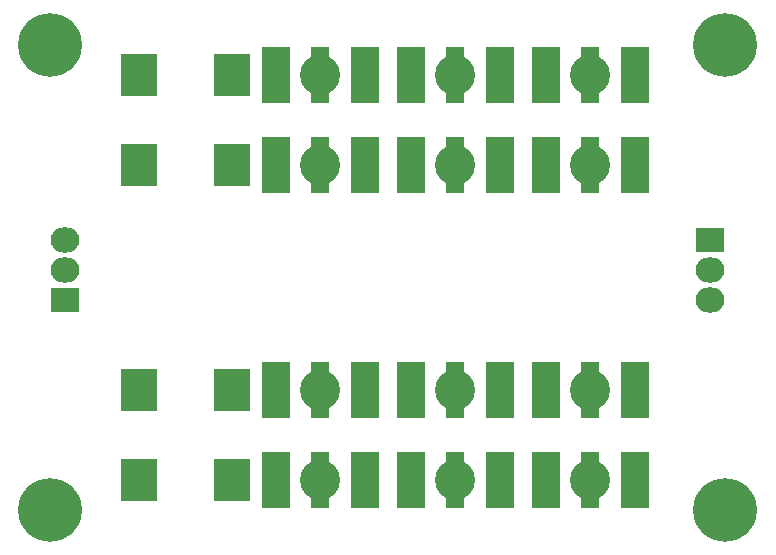
<source format=gbr>
G04 #@! TF.FileFunction,Soldermask,Top*
%FSLAX46Y46*%
G04 Gerber Fmt 4.6, Leading zero omitted, Abs format (unit mm)*
G04 Created by KiCad (PCBNEW 4.0.1-stable) date Tuesday, February 02, 2016 'pmt' 10:50:14 pm*
%MOMM*%
G01*
G04 APERTURE LIST*
%ADD10C,0.100000*%
%ADD11R,2.432000X2.127200*%
%ADD12O,2.432000X2.127200*%
%ADD13R,3.100000X3.600000*%
%ADD14R,1.500000X4.700000*%
%ADD15R,2.400000X4.700000*%
%ADD16C,3.400000*%
%ADD17C,5.400000*%
G04 APERTURE END LIST*
D10*
D11*
X134620000Y-101600000D03*
D12*
X134620000Y-99060000D03*
X134620000Y-96520000D03*
D11*
X189230000Y-96520000D03*
D12*
X189230000Y-99060000D03*
X189230000Y-101600000D03*
D13*
X140830000Y-82550000D03*
X148730000Y-82550000D03*
X140830000Y-109220000D03*
X148730000Y-109220000D03*
X140830000Y-90170000D03*
X148730000Y-90170000D03*
X140830000Y-116840000D03*
X148730000Y-116840000D03*
D14*
X156210000Y-109220000D03*
D15*
X152460000Y-109220000D03*
X159960000Y-109220000D03*
D16*
X156210000Y-109220000D03*
D14*
X156210000Y-116840000D03*
D15*
X152460000Y-116840000D03*
X159960000Y-116840000D03*
D16*
X156210000Y-116840000D03*
D14*
X167640000Y-116840000D03*
D15*
X163890000Y-116840000D03*
X171390000Y-116840000D03*
D16*
X167640000Y-116840000D03*
D14*
X167640000Y-109220000D03*
D15*
X163890000Y-109220000D03*
X171390000Y-109220000D03*
D16*
X167640000Y-109220000D03*
D14*
X179070000Y-109220000D03*
D15*
X175320000Y-109220000D03*
X182820000Y-109220000D03*
D16*
X179070000Y-109220000D03*
D14*
X179070000Y-116840000D03*
D15*
X175320000Y-116840000D03*
X182820000Y-116840000D03*
D16*
X179070000Y-116840000D03*
D14*
X179070000Y-82550000D03*
D15*
X175320000Y-82550000D03*
X182820000Y-82550000D03*
D16*
X179070000Y-82550000D03*
D14*
X179070000Y-90170000D03*
D15*
X175320000Y-90170000D03*
X182820000Y-90170000D03*
D16*
X179070000Y-90170000D03*
D14*
X167640000Y-90170000D03*
D15*
X163890000Y-90170000D03*
X171390000Y-90170000D03*
D16*
X167640000Y-90170000D03*
D14*
X167640000Y-82550000D03*
D15*
X163890000Y-82550000D03*
X171390000Y-82550000D03*
D16*
X167640000Y-82550000D03*
D14*
X156210000Y-82550000D03*
D15*
X152460000Y-82550000D03*
X159960000Y-82550000D03*
D16*
X156210000Y-82550000D03*
D14*
X156210000Y-90170000D03*
D15*
X152460000Y-90170000D03*
X159960000Y-90170000D03*
D16*
X156210000Y-90170000D03*
D17*
X133350000Y-119380000D03*
X190500000Y-119380000D03*
X133350000Y-80010000D03*
X190500000Y-80010000D03*
M02*

</source>
